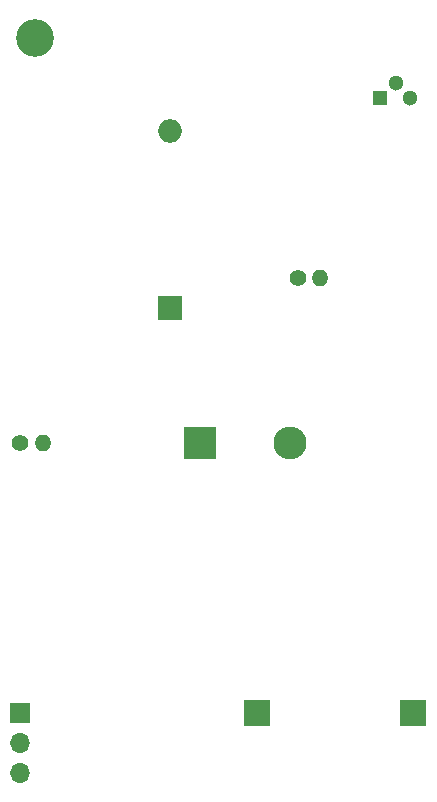
<source format=gbr>
%TF.GenerationSoftware,KiCad,Pcbnew,5.1.10-88a1d61d58~90~ubuntu20.04.1*%
%TF.CreationDate,2021-09-29T11:39:30-04:00*%
%TF.ProjectId,example1,6578616d-706c-4653-912e-6b696361645f,rev?*%
%TF.SameCoordinates,Original*%
%TF.FileFunction,Soldermask,Top*%
%TF.FilePolarity,Negative*%
%FSLAX46Y46*%
G04 Gerber Fmt 4.6, Leading zero omitted, Abs format (unit mm)*
G04 Created by KiCad (PCBNEW 5.1.10-88a1d61d58~90~ubuntu20.04.1) date 2021-09-29 11:39:30*
%MOMM*%
%LPD*%
G01*
G04 APERTURE LIST*
%ADD10C,3.200000*%
%ADD11C,1.400000*%
%ADD12O,1.400000X1.400000*%
%ADD13R,2.200000X2.200000*%
%ADD14R,2.000000X2.000000*%
%ADD15O,2.000000X2.000000*%
%ADD16R,2.800000X2.800000*%
%ADD17O,2.800000X2.800000*%
%ADD18R,1.700000X1.700000*%
%ADD19O,1.700000X1.700000*%
%ADD20C,1.300000*%
%ADD21R,1.300000X1.300000*%
G04 APERTURE END LIST*
D10*
%TO.C,REF\u002A\u002A*%
X902970000Y195580000D03*
%TD*%
D11*
%TO.C,33k1*%
X925200000Y175260000D03*
D12*
X927100000Y175260000D03*
%TD*%
D13*
%TO.C,BZ1*%
X934970000Y138430000D03*
X921770000Y138430000D03*
%TD*%
D14*
%TO.C,C1*%
X914400000Y172720000D03*
D15*
X914400000Y187720000D03*
%TD*%
D16*
%TO.C,D1*%
X916940000Y161290000D03*
D17*
X924560000Y161290000D03*
%TD*%
D18*
%TO.C,J1*%
X901700000Y138430000D03*
D19*
X901700000Y135890000D03*
X901700000Y133350000D03*
%TD*%
D20*
%TO.C,Q1*%
X933460000Y191770000D03*
X934720000Y190500000D03*
D21*
X932180000Y190500000D03*
%TD*%
D12*
%TO.C,TH1*%
X903600000Y161290000D03*
D11*
X901700000Y161290000D03*
%TD*%
M02*

</source>
